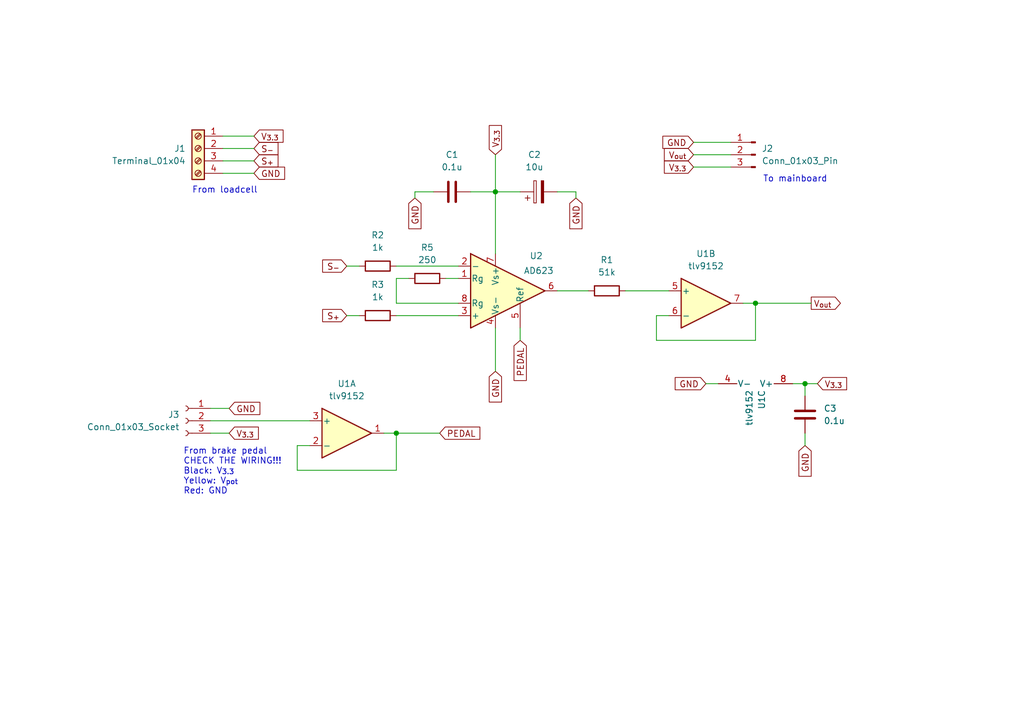
<source format=kicad_sch>
(kicad_sch (version 20250114) (generator "eeschema") (generator_version "9.0")
  (paper "A5")
  (lib_symbols
    (symbol "Amplifier_Instrumentation:AD623" (pin_names (offset 0.127))
      (property "Reference" "U" (at 3.81 7.62 0))
      (property "Value" "AD623" (at 5.08 5.08 0))
      (symbol "AD623_0_1"
        (polyline (pts (xy -7.62 7.62) (xy -7.62 -7.62) (xy 7.62 0) (xy -7.62 7.62)) (stroke (width 0.254)) (fill (type background)))
      )
      (symbol "AD623_1_1"
        (pin input line (at -10.16 5.08 0) (length 2.54) (name "-") (number "2"))
        (pin passive line (at -10.16 2.54 0) (length 2.54) (name "Rg") (number "1"))
        (pin passive line (at -10.16 -2.54 0) (length 2.54) (name "Rg") (number "8"))
        (pin input line (at -10.16 -5.08 0) (length 2.54) (name "+") (number "3"))
        (pin power_in line (at -2.54 7.62 270) (length 2.54) (name "Vs+") (number "7"))
        (pin power_in line (at -2.54 -7.62 90) (length 2.54) (name "Vs-") (number "4"))
        (pin passive line (at 2.54 -7.62 90) (length 5.08) (name "Ref") (number "5"))
        (pin output line (at 10.16 0 180) (length 2.54) (name "~") (number "6"))
      )
    )
    (symbol "Connector:Conn_01x03_Pin" (pin_names (offset 1.016) (hide yes))
      (property "Reference" "J" (at 0 5.08 0))
      (property "Value" "Conn_01x03_Pin" (at 0 -5.08 0))
      (symbol "Conn_01x03_Pin_1_1"
        (rectangle (start 0.8636 2.667) (end 0 2.413) (stroke (width 0.1524)) (fill (type outline)))
        (rectangle (start 0.8636 0.127) (end 0 -0.127) (stroke (width 0.1524)) (fill (type outline)))
        (rectangle (start 0.8636 -2.413) (end 0 -2.667) (stroke (width 0.1524)) (fill (type outline)))
        (polyline (pts (xy 1.27 2.54) (xy 0.8636 2.54)) (stroke (width 0.1524)))
        (polyline (pts (xy 1.27 0) (xy 0.8636 0)) (stroke (width 0.1524)))
        (polyline (pts (xy 1.27 -2.54) (xy 0.8636 -2.54)) (stroke (width 0.1524)))
        (pin passive line (at 5.08 2.54 180) (length 3.81) (name "Pin_1") (number "1"))
        (pin passive line (at 5.08 0 180) (length 3.81) (name "Pin_2") (number "2"))
        (pin passive line (at 5.08 -2.54 180) (length 3.81) (name "Pin_3") (number "3"))
      )
    )
    (symbol "Connector:Conn_01x03_Socket" (pin_names (offset 1.016) (hide yes))
      (property "Reference" "J" (at 0 5.08 0))
      (property "Value" "Conn_01x03_Socket" (at 0 -5.08 0))
      (symbol "Conn_01x03_Socket_1_1"
        (polyline (pts (xy -1.27 2.54) (xy -0.508 2.54)) (stroke (width 0.1524)))
        (polyline (pts (xy -1.27 0) (xy -0.508 0)) (stroke (width 0.1524)))
        (polyline (pts (xy -1.27 -2.54) (xy -0.508 -2.54)) (stroke (width 0.1524)))
        (arc (start 0 2.032) (mid -0.5058 2.54) (end 0 3.048) (stroke (width 0.1524)))
        (arc (start 0 -0.508) (mid -0.5058 0) (end 0 0.508) (stroke (width 0.1524)))
        (arc (start 0 -3.048) (mid -0.5058 -2.54) (end 0 -2.032) (stroke (width 0.1524)))
        (pin passive line (at -5.08 2.54 0) (length 3.81) (name "Pin_1") (number "1"))
        (pin passive line (at -5.08 0 0) (length 3.81) (name "Pin_2") (number "2"))
        (pin passive line (at -5.08 -2.54 0) (length 3.81) (name "Pin_3") (number "3"))
      )
    )
    (symbol "Connector:Screw_Terminal_01x04" (pin_names (offset 1.016) (hide yes))
      (property "Reference" "J" (at 0 5.08 0))
      (property "Value" "Screw_Terminal_01x04" (at 0 -7.62 0))
      (symbol "Screw_Terminal_01x04_1_1"
        (rectangle (start -1.27 3.81) (end 1.27 -6.35) (stroke (width 0.254)) (fill (type background)))
        (polyline (pts (xy -0.5334 2.8702) (xy 0.3302 2.032)) (stroke (width 0.1524)))
        (polyline (pts (xy -0.5334 0.3302) (xy 0.3302 -0.508)) (stroke (width 0.1524)))
        (polyline (pts (xy -0.5334 -2.2098) (xy 0.3302 -3.048)) (stroke (width 0.1524)))
        (polyline (pts (xy -0.5334 -4.7498) (xy 0.3302 -5.588)) (stroke (width 0.1524)))
        (polyline (pts (xy -0.3556 3.048) (xy 0.508 2.2098)) (stroke (width 0.1524)))
        (polyline (pts (xy -0.3556 0.508) (xy 0.508 -0.3302)) (stroke (width 0.1524)))
        (polyline (pts (xy -0.3556 -2.032) (xy 0.508 -2.8702)) (stroke (width 0.1524)))
        (polyline (pts (xy -0.3556 -4.572) (xy 0.508 -5.4102)) (stroke (width 0.1524)))
        (circle (center 0 2.54) (radius 0.635) (stroke (width 0.1524)))
        (circle (center 0 0) (radius 0.635) (stroke (width 0.1524)))
        (circle (center 0 -2.54) (radius 0.635) (stroke (width 0.1524)))
        (circle (center 0 -5.08) (radius 0.635) (stroke (width 0.1524)))
        (pin passive line (at -5.08 2.54 0) (length 3.81) (name "Pin_1") (number "1"))
        (pin passive line (at -5.08 0 0) (length 3.81) (name "Pin_2") (number "2"))
        (pin passive line (at -5.08 -2.54 0) (length 3.81) (name "Pin_3") (number "3"))
        (pin passive line (at -5.08 -5.08 0) (length 3.81) (name "Pin_4") (number "4"))
      )
    )
    (symbol "Device:C" (pin_numbers (hide yes)) (pin_names (offset 0.254))
      (property "Reference" "C" (at 0.635 2.54 0))
      (property "Value" "C" (at 0.635 -2.54 0))
      (symbol "C_0_1"
        (polyline (pts (xy -2.032 0.762) (xy 2.032 0.762)) (stroke (width 0.508)))
        (polyline (pts (xy -2.032 -0.762) (xy 2.032 -0.762)) (stroke (width 0.508)))
      )
      (symbol "C_1_1"
        (pin passive line (at 0 3.81 270) (length 2.794) (name "~") (number "1"))
        (pin passive line (at 0 -3.81 90) (length 2.794) (name "~") (number "2"))
      )
    )
    (symbol "Device:C_Polarized" (pin_numbers (hide yes)) (pin_names (offset 0.254))
      (property "Reference" "C" (at 0.635 2.54 0))
      (property "Value" "C_Polarized" (at 0.635 -2.54 0))
      (symbol "C_Polarized_0_1"
        (rectangle (start -2.286 0.508) (end 2.286 1.016))
        (polyline (pts (xy -1.778 2.286) (xy -0.762 2.286)))
        (polyline (pts (xy -1.27 2.794) (xy -1.27 1.778)))
        (rectangle (start 2.286 -0.508) (end -2.286 -1.016) (fill (type outline)))
      )
      (symbol "C_Polarized_1_1"
        (pin passive line (at 0 3.81 270) (length 2.794) (name "~") (number "1"))
        (pin passive line (at 0 -3.81 90) (length 2.794) (name "~") (number "2"))
      )
    )
    (symbol "Device:R" (pin_numbers (hide yes)) (pin_names (offset 0))
      (property "Reference" "R" (at 2.032 0 90))
      (property "Value" "R" (at 0 0 90))
      (symbol "R_0_1"
        (rectangle (start -1.016 -2.54) (end 1.016 2.54) (stroke (width 0.254)))
      )
      (symbol "R_1_1"
        (pin passive line (at 0 3.81 270) (length 1.27) (name "~") (number "1"))
        (pin passive line (at 0 -3.81 90) (length 1.27) (name "~") (number "2"))
      )
    )
    (symbol "Symbols:TLV272IP" (pin_names (offset 0.127))
      (property "Reference" "U" (at 0 5.08 0))
      (property "Value" "TLV272IP" (at 0 -5.08 0))
      (symbol "TLV272IP_1_1"
        (polyline (pts (xy -5.08 5.08) (xy 5.08 0) (xy -5.08 -5.08) (xy -5.08 5.08)) (stroke (width 0.254)) (fill (type background)))
        (pin input line (at -7.62 2.54 0) (length 2.54) (name "+") (number "3"))
        (pin input line (at -7.62 -2.54 0) (length 2.54) (name "-") (number "2"))
        (pin output line (at 7.62 0 180) (length 2.54) (name "~") (number "1"))
      )
      (symbol "TLV272IP_2_1"
        (polyline (pts (xy -5.08 5.08) (xy 5.08 0) (xy -5.08 -5.08) (xy -5.08 5.08)) (stroke (width 0.254)) (fill (type background)))
        (pin input line (at -7.62 2.54 0) (length 2.54) (name "+") (number "5"))
        (pin input line (at -7.62 -2.54 0) (length 2.54) (name "-") (number "6"))
        (pin output line (at 7.62 0 180) (length 2.54) (name "~") (number "7"))
      )
      (symbol "TLV272IP_3_1"
        (pin power_in line (at -2.54 7.62 270) (length 3.81) (name "V+") (number "8"))
        (pin power_in line (at -2.54 -7.62 90) (length 3.81) (name "V-") (number "4"))
      )
    )
  )
  (text "To mainboard" (exclude_from_sim yes) (at 156.464 36.83 0) (effects (font (size 1.27 1.27)) (justify left)))
  (text "From loadcell" (exclude_from_sim yes) (at 39.37 39.116 0) (effects (font (size 1.27 1.27)) (justify left)))
  (text "From brake pedal\nCHECK THE WIRING!!!\nBlack: V_{3.3}\nYellow: V_{pot}\nRed: GND" (exclude_from_sim yes) (at 37.592 96.774 0) (effects (font (size 1.27 1.27)) (justify left)))
  (junction (at 101.6 39.37))
  (junction (at 81.28 88.9))
  (junction (at 165.1 78.74))
  (junction (at 154.94 62.23))
  (wire (pts (xy 106.68 67.31) (xy 106.68 69.85)))
  (wire (pts (xy 81.28 62.23) (xy 93.98 62.23)))
  (wire (pts (xy 81.28 54.61) (xy 93.98 54.61)))
  (wire (pts (xy 81.28 64.77) (xy 93.98 64.77)))
  (wire (pts (xy 85.09 39.37) (xy 88.9 39.37)))
  (wire (pts (xy 43.18 88.9) (xy 46.99 88.9)))
  (wire (pts (xy 60.96 96.52) (xy 81.28 96.52)))
  (wire (pts (xy 142.24 31.75) (xy 149.86 31.75)))
  (wire (pts (xy 81.28 88.9) (xy 90.17 88.9)))
  (wire (pts (xy 45.72 30.48) (xy 52.07 30.48)))
  (wire (pts (xy 118.11 39.37) (xy 114.3 39.37)))
  (wire (pts (xy 96.52 39.37) (xy 101.6 39.37)))
  (wire (pts (xy 60.96 91.44) (xy 63.5 91.44)))
  (wire (pts (xy 101.6 67.31) (xy 101.6 76.2)))
  (wire (pts (xy 43.18 86.36) (xy 63.5 86.36)))
  (wire (pts (xy 85.09 40.64) (xy 85.09 39.37)))
  (wire (pts (xy 134.62 64.77) (xy 134.62 69.85)))
  (wire (pts (xy 101.6 31.75) (xy 101.6 39.37)))
  (wire (pts (xy 147.32 78.74) (xy 144.78 78.74)))
  (wire (pts (xy 167.64 78.74) (xy 165.1 78.74)))
  (wire (pts (xy 93.98 57.15) (xy 91.44 57.15)))
  (wire (pts (xy 43.18 83.82) (xy 46.99 83.82)))
  (wire (pts (xy 101.6 39.37) (xy 101.6 52.07)))
  (wire (pts (xy 71.12 64.77) (xy 73.66 64.77)))
  (wire (pts (xy 165.1 78.74) (xy 162.56 78.74)))
  (wire (pts (xy 45.72 33.02) (xy 52.07 33.02)))
  (wire (pts (xy 81.28 57.15) (xy 83.82 57.15)))
  (wire (pts (xy 45.72 27.94) (xy 52.07 27.94)))
  (wire (pts (xy 101.6 39.37) (xy 106.68 39.37)))
  (wire (pts (xy 71.12 54.61) (xy 73.66 54.61)))
  (wire (pts (xy 154.94 62.23) (xy 154.94 69.85)))
  (wire (pts (xy 134.62 69.85) (xy 154.94 69.85)))
  (wire (pts (xy 142.24 29.21) (xy 149.86 29.21)))
  (wire (pts (xy 81.28 57.15) (xy 81.28 62.23)))
  (wire (pts (xy 165.1 78.74) (xy 165.1 81.28)))
  (wire (pts (xy 45.72 35.56) (xy 52.07 35.56)))
  (wire (pts (xy 142.24 34.29) (xy 149.86 34.29)))
  (wire (pts (xy 165.1 88.9) (xy 165.1 91.44)))
  (wire (pts (xy 154.94 62.23) (xy 166.37 62.23)))
  (wire (pts (xy 81.28 88.9) (xy 78.74 88.9)))
  (wire (pts (xy 137.16 64.77) (xy 134.62 64.77)))
  (wire (pts (xy 60.96 91.44) (xy 60.96 96.52)))
  (wire (pts (xy 114.3 59.69) (xy 120.65 59.69)))
  (wire (pts (xy 152.4 62.23) (xy 154.94 62.23)))
  (wire (pts (xy 128.27 59.69) (xy 137.16 59.69)))
  (wire (pts (xy 81.28 96.52) (xy 81.28 88.9)))
  (wire (pts (xy 118.11 39.37) (xy 118.11 40.64)))
  (global_label "V_{3.3}" (shape input) (at 52.07 27.94 0) (property "Intersheetrefs" "${INTERSHEET_REFS}" (effects (hide yes))))
  (global_label "V_{3.3}" (shape input) (at 167.64 78.74 0) (property "Intersheetrefs" "${INTERSHEET_REFS}" (effects (hide yes))))
  (global_label "S_{+}" (shape input) (at 52.07 33.02 0) (property "Intersheetrefs" "${INTERSHEET_REFS}" (effects (hide yes))))
  (global_label "GND" (shape input) (at 165.1 91.44 270) (property "Intersheetrefs" "${INTERSHEET_REFS}" (effects (hide yes))))
  (global_label "V_{3.3}" (shape input) (at 101.6 31.75 90) (property "Intersheetrefs" "${INTERSHEET_REFS}" (effects (hide yes))))
  (global_label "V_{out}" (shape input) (at 142.24 31.75 180) (property "Intersheetrefs" "${INTERSHEET_REFS}" (effects (hide yes))))
  (global_label "V_{out}" (shape output) (at 166.37 62.23 0) (property "Intersheetrefs" "${INTERSHEET_REFS}" (effects (hide yes))))
  (global_label "GND" (shape input) (at 142.24 29.21 180) (property "Intersheetrefs" "${INTERSHEET_REFS}" (effects (hide yes))))
  (global_label "V_{3.3}" (shape input) (at 142.24 34.29 180) (property "Intersheetrefs" "${INTERSHEET_REFS}" (effects (hide yes))))
  (global_label "PEDAL" (shape input) (at 106.68 69.85 270) (property "Intersheetrefs" "${INTERSHEET_REFS}" (effects (hide yes))))
  (global_label "GND" (shape input) (at 144.78 78.74 180) (property "Intersheetrefs" "${INTERSHEET_REFS}" (effects (hide yes))))
  (global_label "GND" (shape input) (at 118.11 40.64 270) (property "Intersheetrefs" "${INTERSHEET_REFS}" (effects (hide yes))))
  (global_label "GND" (shape input) (at 52.07 35.56 0) (property "Intersheetrefs" "${INTERSHEET_REFS}" (effects (hide yes))))
  (global_label "GND" (shape input) (at 46.99 83.82 0) (property "Intersheetrefs" "${INTERSHEET_REFS}" (effects (hide yes))))
  (global_label "S_{-}" (shape input) (at 52.07 30.48 0) (property "Intersheetrefs" "${INTERSHEET_REFS}" (effects (hide yes))))
  (global_label "V_{3.3}" (shape input) (at 46.99 88.9 0) (property "Intersheetrefs" "${INTERSHEET_REFS}" (effects (hide yes))))
  (global_label "S_{+}" (shape input) (at 71.12 64.77 180) (property "Intersheetrefs" "${INTERSHEET_REFS}" (effects (hide yes))))
  (global_label "S_{-}" (shape input) (at 71.12 54.61 180) (property "Intersheetrefs" "${INTERSHEET_REFS}" (effects (hide yes))))
  (global_label "GND" (shape input) (at 85.09 40.64 270) (property "Intersheetrefs" "${INTERSHEET_REFS}" (effects (hide yes))))
  (global_label "PEDAL" (shape input) (at 90.17 88.9 0) (property "Intersheetrefs" "${INTERSHEET_REFS}" (effects (hide yes))))
  (global_label "GND" (shape input) (at 101.6 76.2 270) (property "Intersheetrefs" "${INTERSHEET_REFS}" (effects (hide yes))))
  (symbol (lib_id "Device:R") (at 77.47 64.77 90) (unit 1)
    (property "Reference" "R3" (at 77.47 58.42 90))
    (property "Value" "1k" (at 77.47 60.96 90))
    (property "Footprint" "Resistor_SMD:R_0805_2012Metric_Pad1.20x1.40mm_HandSolder" (effects (hide yes)))
    (property "Description" "Resistor" (effects (hide yes)))
  )
  (symbol (lib_id "Connector:Screw_Terminal_01x04") (at 40.64 30.48 0) (mirror y) (unit 1)
    (property "Reference" "J1" (at 38.1 30.4799 0) (effects (justify left)))
    (property "Value" "Terminal_01x04" (at 38.1 33.0199 0) (effects (justify left)))
    (property "Footprint" "TerminalBlock_WAGO:TerminalBlock_WAGO_233-504_2x04_P2.54mm" (effects (hide yes)))
    (property "Description" "Generic screw terminal, single row, 01x04, script generated (kicad-library-utils/schlib/autogen/connector/)" (effects (hide yes)))
  )
  (symbol (lib_id "Device:R") (at 87.63 57.15 90) (unit 1)
    (property "Reference" "R5" (at 87.63 50.8 90))
    (property "Value" "250" (at 87.63 53.34 90))
    (property "Footprint" "Resistor_SMD:R_0805_2012Metric_Pad1.20x1.40mm_HandSolder" (effects (hide yes)))
    (property "Description" "Resistor" (effects (hide yes)))
  )
  (symbol (lib_id "Symbols:TLV272IP") (at 144.78 62.23 0) (unit 2)
    (property "Reference" "U1" (at 144.78 52.07 0))
    (property "Value" "tlv9152" (at 144.78 54.61 0))
    (property "Footprint" "Package_SO:TSSOP-8_4.4x3mm_P0.65mm" (effects (hide yes)))
    (property "Datasheet" "https://www.ti.com/lit/ds/symlink/tlv9152.pdf" (effects (hide yes)))
    (property "Description" "Rail-to-Rail Output, Dual Operational Amplifiers, DIP-8/SOIC-8/TO-99-8" (effects (hide yes)))
  )
  (symbol (lib_id "Symbols:TLV272IP") (at 154.94 81.28 270) (unit 3)
    (property "Reference" "U1" (at 156.2101 80.01 0) (effects (justify left)))
    (property "Value" "tlv9152" (at 153.6701 80.01 0) (effects (justify left)))
    (property "Footprint" "Package_SO:TSSOP-8_4.4x3mm_P0.65mm" (effects (hide yes)))
    (property "Datasheet" "https://www.ti.com/lit/ds/symlink/tlv9152.pdf" (effects (hide yes)))
    (property "Description" "Rail-to-Rail Output, Dual Operational Amplifiers, DIP-8/SOIC-8/TO-99-8" (effects (hide yes)))
  )
  (symbol (lib_id "Device:C_Polarized") (at 110.49 39.37 90) (unit 1)
    (property "Reference" "C2" (at 109.601 31.75 90))
    (property "Value" "10u" (at 109.601 34.29 90))
    (property "Footprint" "Capacitor_Tantalum_SMD:CP_EIA-3216-10_Kemet-I_Pad1.58x1.35mm_HandSolder" (effects (hide yes)))
    (property "Description" "Polarized capacitor" (effects (hide yes)))
  )
  (symbol (lib_id "Device:R") (at 77.47 54.61 90) (unit 1)
    (property "Reference" "R2" (at 77.47 48.26 90))
    (property "Value" "1k" (at 77.47 50.8 90))
    (property "Footprint" "Resistor_SMD:R_0805_2012Metric_Pad1.20x1.40mm_HandSolder" (effects (hide yes)))
    (property "Description" "Resistor" (effects (hide yes)))
  )
  (symbol (lib_id "Amplifier_Instrumentation:AD623") (at 104.14 59.69 0) (unit 1)
    (property "Reference" "U2" (at 109.982 52.5078 0))
    (property "Value" "AD623" (at 110.49 55.5558 0))
    (property "Footprint" "Package_SO:MSOP-8_3x3mm_P0.65mm" (effects (hide yes)))
    (property "Datasheet" "https://www.analog.com/media/en/technical-documentation/data-sheets/AD623.pdf" (effects (hide yes)))
    (property "Description" "Single Rail-to-Rail, Low Cost Instrumentation Amplifier, DIP-8/SOIC-8/MSOP-8" (effects (hide yes)))
  )
  (symbol (lib_id "Connector:Conn_01x03_Pin") (at 154.94 31.75 0) (mirror y) (unit 1)
    (property "Reference" "J2" (at 156.21 30.4799 0) (effects (justify right)))
    (property "Value" "Conn_01x03_Pin" (at 156.21 33.0199 0) (effects (justify right)))
    (property "Footprint" "Connector_Wire:SolderWire-0.25sqmm_1x03_P4.2mm_D0.65mm_OD1.7mm" (effects (hide yes)))
    (property "Description" "Generic connector, single row, 01x03, script generated" (effects (hide yes)))
  )
  (symbol (lib_id "Device:C") (at 165.1 85.09 0) (unit 1)
    (property "Reference" "C3" (at 168.91 83.8199 0) (effects (justify left)))
    (property "Value" "0.1u" (at 168.91 86.3599 0) (effects (justify left)))
    (property "Footprint" "Capacitor_SMD:C_0805_2012Metric_Pad1.18x1.45mm_HandSolder" (effects (hide yes)))
    (property "Description" "Unpolarized capacitor" (effects (hide yes)))
  )
  (symbol (lib_id "Device:R") (at 124.46 59.69 90) (unit 1)
    (property "Reference" "R1" (at 124.46 53.34 90))
    (property "Value" "51k" (at 124.46 55.88 90))
    (property "Footprint" "Resistor_SMD:R_0805_2012Metric_Pad1.20x1.40mm_HandSolder" (effects (hide yes)))
    (property "Description" "Resistor" (effects (hide yes)))
  )
  (symbol (lib_id "Symbols:TLV272IP") (at 71.12 88.9 0) (unit 1)
    (property "Reference" "U1" (at 71.12 78.74 0))
    (property "Value" "tlv9152" (at 71.12 81.28 0))
    (property "Footprint" "Package_SO:TSSOP-8_4.4x3mm_P0.65mm" (effects (hide yes)))
    (property "Datasheet" "https://www.ti.com/lit/ds/symlink/tlv9152.pdf" (effects (hide yes)))
    (property "Description" "Rail-to-Rail Output, Dual Operational Amplifiers, DIP-8/SOIC-8/TO-99-8" (effects (hide yes)))
  )
  (symbol (lib_id "Device:C") (at 92.71 39.37 90) (unit 1)
    (property "Reference" "C1" (at 92.71 31.75 90))
    (property "Value" "0.1u" (at 92.71 34.29 90))
    (property "Footprint" "Capacitor_SMD:C_0805_2012Metric_Pad1.18x1.45mm_HandSolder" (effects (hide yes)))
    (property "Description" "Unpolarized capacitor" (effects (hide yes)))
  )
  (symbol (lib_id "Connector:Conn_01x03_Socket") (at 38.1 86.36 0) (mirror y) (unit 1)
    (property "Reference" "J3" (at 36.83 85.0899 0) (effects (justify left)))
    (property "Value" "Conn_01x03_Socket" (at 36.83 87.6299 0) (effects (justify left)))
    (property "Footprint" "Connector_JST:JST_XH_B3B-XH-A_1x03_P2.50mm_Vertical" (effects (hide yes)))
    (property "Description" "Generic connector, single row, 01x03, script generated" (effects (hide yes)))
  )
)
</source>
